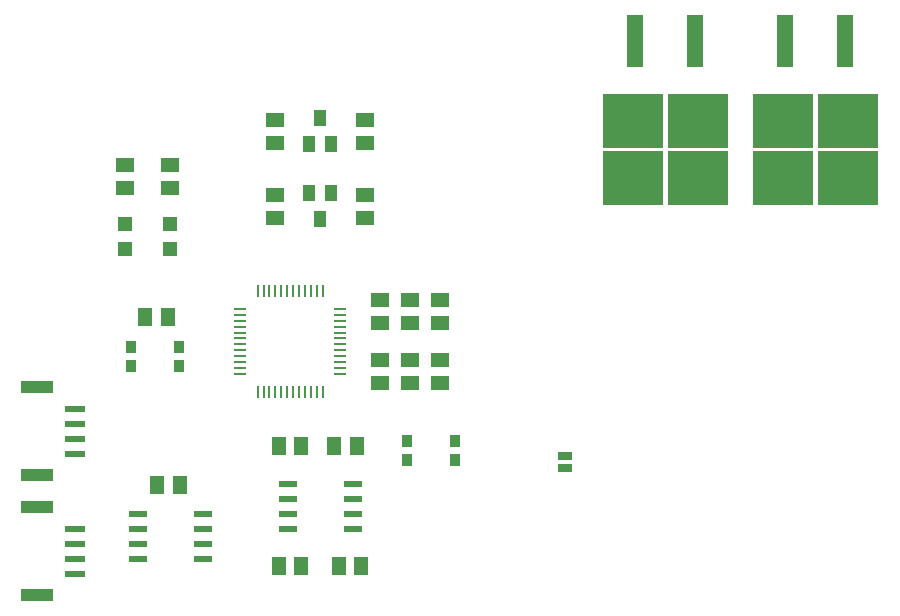
<source format=gbr>
G04 EAGLE Gerber X2 export*
%TF.Part,Single*%
%TF.FileFunction,Paste,Top*%
%TF.FilePolarity,Positive*%
%TF.GenerationSoftware,Autodesk,EAGLE,9.1.3*%
%TF.CreationDate,2018-11-23T23:54:25Z*%
G75*
%MOMM*%
%FSLAX34Y34*%
%LPD*%
%AMOC8*
5,1,8,0,0,1.08239X$1,22.5*%
G01*
%ADD10R,1.300000X1.500000*%
%ADD11R,1.500000X1.300000*%
%ADD12R,1.700000X0.600000*%
%ADD13R,2.700000X1.000000*%
%ADD14R,1.200000X1.200000*%
%ADD15R,0.900000X1.000000*%
%ADD16R,5.200000X4.550000*%
%ADD17R,1.350000X4.500000*%
%ADD18R,1.000000X1.400000*%
%ADD19R,1.500000X0.600000*%
%ADD20R,0.200000X1.000000*%
%ADD21R,1.000000X0.200000*%
%ADD22R,1.270000X0.635000*%


D10*
X304190Y596900D03*
X323190Y596900D03*
D11*
X393700Y669900D03*
X393700Y650900D03*
X393700Y701700D03*
X393700Y720700D03*
X342900Y701700D03*
X342900Y720700D03*
X368300Y701700D03*
X368300Y720700D03*
X342900Y669900D03*
X342900Y650900D03*
X368300Y669900D03*
X368300Y650900D03*
D10*
X173330Y563880D03*
X154330Y563880D03*
D12*
X84700Y501750D03*
X84700Y514250D03*
D13*
X52700Y545250D03*
X52700Y470750D03*
D12*
X84700Y526750D03*
X84700Y489250D03*
X84700Y603350D03*
X84700Y615850D03*
D13*
X52700Y646850D03*
X52700Y572350D03*
D12*
X84700Y628350D03*
X84700Y590850D03*
D14*
X165100Y764200D03*
X165100Y785200D03*
X127000Y764200D03*
X127000Y785200D03*
D11*
X330200Y854100D03*
X330200Y873100D03*
X254000Y854100D03*
X254000Y873100D03*
D10*
X257200Y596900D03*
X276200Y596900D03*
X308000Y495300D03*
X327000Y495300D03*
X257200Y495300D03*
X276200Y495300D03*
X163170Y706120D03*
X144170Y706120D03*
D11*
X165100Y816000D03*
X165100Y835000D03*
X127000Y816000D03*
X127000Y835000D03*
D15*
X131900Y665100D03*
X131900Y681100D03*
X172900Y681100D03*
X172900Y665100D03*
D16*
X611700Y824050D03*
D17*
X609600Y939800D03*
X558800Y939800D03*
D16*
X611700Y872550D03*
X556700Y824050D03*
X556700Y872550D03*
X738700Y824050D03*
D17*
X736600Y939800D03*
X685800Y939800D03*
D16*
X738700Y872550D03*
X683700Y824050D03*
X683700Y872550D03*
D18*
X292100Y874600D03*
X301600Y852600D03*
X282600Y852600D03*
D19*
X319600Y539750D03*
X264600Y539750D03*
X319600Y527050D03*
X319600Y552450D03*
X319600Y565150D03*
X264600Y527050D03*
X264600Y552450D03*
X264600Y565150D03*
X192600Y514350D03*
X137600Y514350D03*
X192600Y501650D03*
X192600Y527050D03*
X192600Y539750D03*
X137600Y501650D03*
X137600Y527050D03*
X137600Y539750D03*
D20*
X239200Y643300D03*
X244200Y643300D03*
X249200Y643300D03*
X254200Y643300D03*
X259200Y643300D03*
X264200Y643300D03*
X269200Y643300D03*
X274200Y643300D03*
X279200Y643300D03*
X284200Y643300D03*
X289200Y643300D03*
X294200Y643300D03*
D21*
X309200Y658300D03*
X309200Y663300D03*
X309200Y668300D03*
X309200Y673300D03*
X309200Y678300D03*
X309200Y683300D03*
X309200Y688300D03*
X309200Y693300D03*
X309200Y698300D03*
X309200Y703300D03*
X309200Y708300D03*
X309200Y713300D03*
D20*
X294200Y728300D03*
X289200Y728300D03*
X284200Y728300D03*
X279200Y728300D03*
X274200Y728300D03*
X269200Y728300D03*
X264200Y728300D03*
X259200Y728300D03*
X254200Y728300D03*
X249200Y728300D03*
X244200Y728300D03*
X239200Y728300D03*
D21*
X224200Y713300D03*
X224200Y708300D03*
X224200Y703300D03*
X224200Y698300D03*
X224200Y693300D03*
X224200Y688300D03*
X224200Y683300D03*
X224200Y678300D03*
X224200Y673300D03*
X224200Y668300D03*
X224200Y663300D03*
X224200Y658300D03*
D18*
X292100Y789100D03*
X282600Y811100D03*
X301600Y811100D03*
D11*
X254000Y809600D03*
X254000Y790600D03*
X330200Y809600D03*
X330200Y790600D03*
D22*
X499700Y588800D03*
X499700Y578800D03*
D15*
X365580Y585090D03*
X365580Y601090D03*
X406580Y601090D03*
X406580Y585090D03*
M02*

</source>
